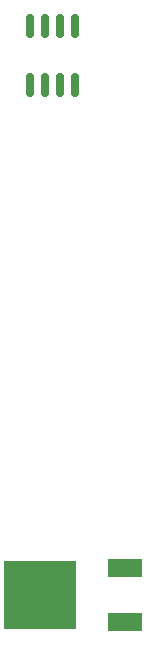
<source format=gbr>
%TF.GenerationSoftware,KiCad,Pcbnew,9.0.4*%
%TF.CreationDate,2025-11-06T00:07:10+01:00*%
%TF.ProjectId,BreadBoard,42726561-6442-46f6-9172-642e6b696361,rev?*%
%TF.SameCoordinates,Original*%
%TF.FileFunction,Paste,Top*%
%TF.FilePolarity,Positive*%
%FSLAX46Y46*%
G04 Gerber Fmt 4.6, Leading zero omitted, Abs format (unit mm)*
G04 Created by KiCad (PCBNEW 9.0.4) date 2025-11-06 00:07:10*
%MOMM*%
%LPD*%
G01*
G04 APERTURE LIST*
G04 Aperture macros list*
%AMRoundRect*
0 Rectangle with rounded corners*
0 $1 Rounding radius*
0 $2 $3 $4 $5 $6 $7 $8 $9 X,Y pos of 4 corners*
0 Add a 4 corners polygon primitive as box body*
4,1,4,$2,$3,$4,$5,$6,$7,$8,$9,$2,$3,0*
0 Add four circle primitives for the rounded corners*
1,1,$1+$1,$2,$3*
1,1,$1+$1,$4,$5*
1,1,$1+$1,$6,$7*
1,1,$1+$1,$8,$9*
0 Add four rect primitives between the rounded corners*
20,1,$1+$1,$2,$3,$4,$5,0*
20,1,$1+$1,$4,$5,$6,$7,0*
20,1,$1+$1,$6,$7,$8,$9,0*
20,1,$1+$1,$8,$9,$2,$3,0*%
G04 Aperture macros list end*
%ADD10R,3.000000X1.600000*%
%ADD11R,6.200000X5.800000*%
%ADD12RoundRect,0.150000X0.150000X-0.825000X0.150000X0.825000X-0.150000X0.825000X-0.150000X-0.825000X0*%
G04 APERTURE END LIST*
D10*
%TO.C,U1*%
X64000000Y-98430000D03*
D11*
X56820000Y-100715000D03*
D10*
X64000000Y-103000000D03*
%TD*%
D12*
%TO.C,U2*%
X55972600Y-57500000D03*
X57242600Y-57500000D03*
X58512600Y-57500000D03*
X59782600Y-57500000D03*
X59782600Y-52550000D03*
X58512600Y-52550000D03*
X57242600Y-52550000D03*
X55972600Y-52550000D03*
%TD*%
M02*

</source>
